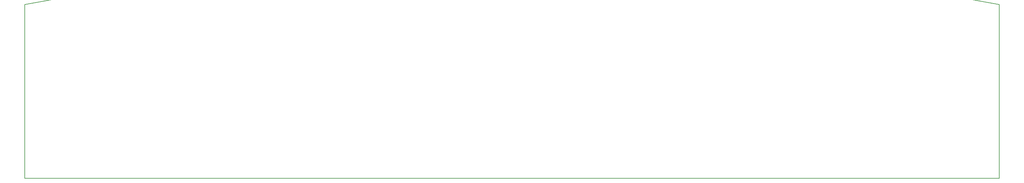
<source format=gbr>
%TF.GenerationSoftware,KiCad,Pcbnew,5.0.2-bee76a0~70~ubuntu18.04.1*%
%TF.CreationDate,2019-04-07T12:31:35-04:00*%
%TF.ProjectId,pcbnameplate,7063626e-616d-4657-906c-6174652e6b69,rev?*%
%TF.SameCoordinates,Original*%
%TF.FileFunction,Paste,Bot*%
%TF.FilePolarity,Positive*%
%FSLAX46Y46*%
G04 Gerber Fmt 4.6, Leading zero omitted, Abs format (unit mm)*
G04 Created by KiCad (PCBNEW 5.0.2-bee76a0~70~ubuntu18.04.1) date Sun 07 Apr 2019 12:31:35 PM EDT*
%MOMM*%
%LPD*%
G01*
G04 APERTURE LIST*
%ADD10C,0.200000*%
G04 APERTURE END LIST*
D10*
X36677600Y-138734800D02*
X36677600Y-88734800D01*
X316677600Y-138734800D02*
X316677600Y-88734800D01*
X36677600Y-88734800D02*
G75*
G02X316677600Y-88734800I140000000J-730000000D01*
G01*
X36677600Y-138734800D02*
X316677600Y-138734800D01*
M02*

</source>
